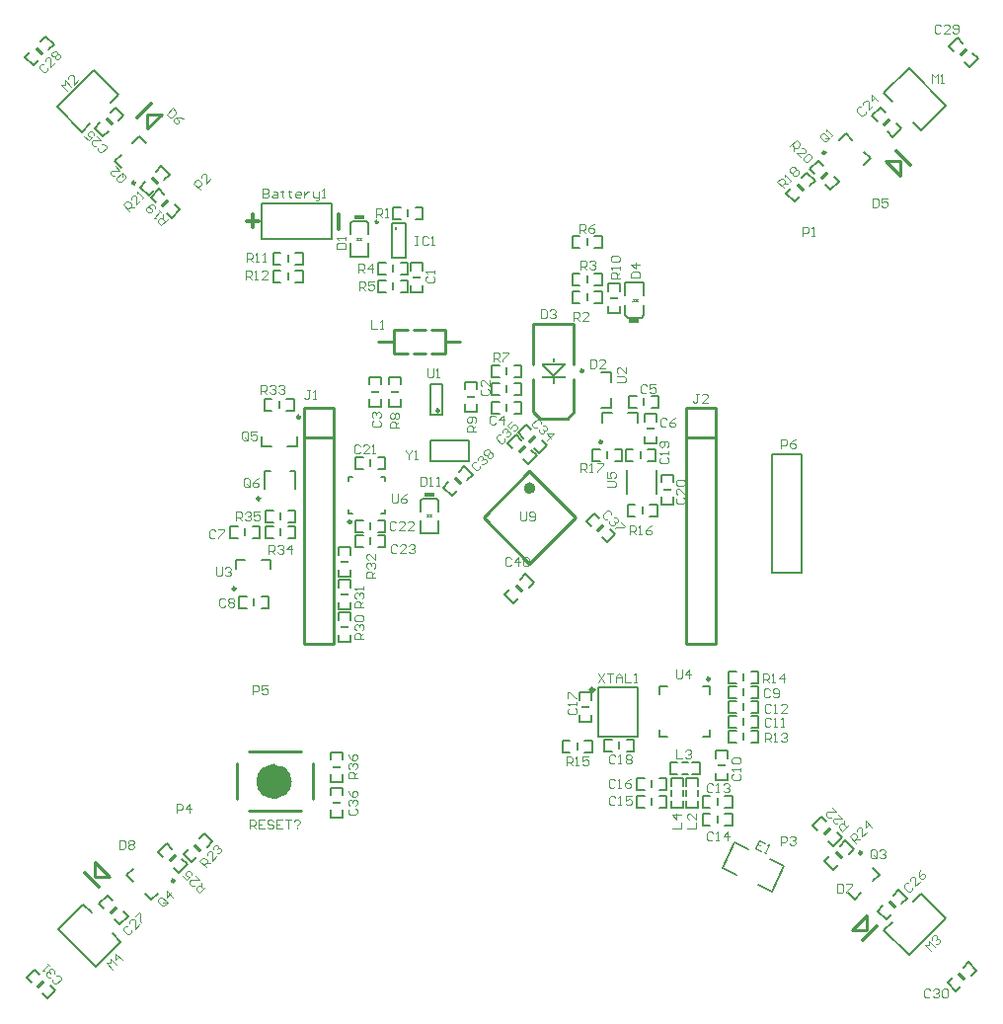
<source format=gto>
G04 Layer_Color=65535*
%FSLAX25Y25*%
%MOIN*%
G70*
G01*
G75*
%ADD10C,0.00600*%
%ADD44C,0.01000*%
%ADD67C,0.00400*%
%ADD68C,0.00984*%
%ADD69C,0.01969*%
%ADD70C,0.06000*%
%ADD71C,0.01181*%
%ADD72C,0.00500*%
%ADD73C,0.00787*%
%ADD74C,0.00700*%
%ADD75C,0.01200*%
%ADD76C,0.00800*%
%ADD77R,0.03000X0.01000*%
%ADD78R,0.01000X0.03000*%
G04:AMPARAMS|DCode=79|XSize=30mil|YSize=10mil|CornerRadius=0mil|HoleSize=0mil|Usage=FLASHONLY|Rotation=225.000|XOffset=0mil|YOffset=0mil|HoleType=Round|Shape=Rectangle|*
%AMROTATEDRECTD79*
4,1,4,0.00707,0.01414,0.01414,0.00707,-0.00707,-0.01414,-0.01414,-0.00707,0.00707,0.01414,0.0*
%
%ADD79ROTATEDRECTD79*%

G04:AMPARAMS|DCode=80|XSize=10.75mil|YSize=80mil|CornerRadius=0mil|HoleSize=0mil|Usage=FLASHONLY|Rotation=225.000|XOffset=0mil|YOffset=0mil|HoleType=Round|Shape=Rectangle|*
%AMROTATEDRECTD80*
4,1,4,-0.02448,0.03208,0.03208,-0.02448,0.02448,-0.03208,-0.03208,0.02448,-0.02448,0.03208,0.0*
%
%ADD80ROTATEDRECTD80*%

G04:AMPARAMS|DCode=81|XSize=30mil|YSize=10mil|CornerRadius=0mil|HoleSize=0mil|Usage=FLASHONLY|Rotation=135.000|XOffset=0mil|YOffset=0mil|HoleType=Round|Shape=Rectangle|*
%AMROTATEDRECTD81*
4,1,4,0.01414,-0.00707,0.00707,-0.01414,-0.01414,0.00707,-0.00707,0.01414,0.01414,-0.00707,0.0*
%
%ADD81ROTATEDRECTD81*%

%ADD82R,0.03600X0.01181*%
%ADD83R,0.00700X0.01900*%
G04:AMPARAMS|DCode=84|XSize=8.5mil|YSize=55.97mil|CornerRadius=0mil|HoleSize=0mil|Usage=FLASHONLY|Rotation=315.000|XOffset=0mil|YOffset=0mil|HoleType=Round|Shape=Rectangle|*
%AMROTATEDRECTD84*
4,1,4,-0.02279,-0.01679,0.01679,0.02279,0.02279,0.01679,-0.01679,-0.02279,-0.02279,-0.01679,0.0*
%
%ADD84ROTATEDRECTD84*%

%ADD85R,0.00700X0.01800*%
%ADD86R,0.08300X0.00750*%
%ADD87R,0.08200X0.00800*%
G04:AMPARAMS|DCode=88|XSize=8.5mil|YSize=55.97mil|CornerRadius=0mil|HoleSize=0mil|Usage=FLASHONLY|Rotation=45.000|XOffset=0mil|YOffset=0mil|HoleType=Round|Shape=Rectangle|*
%AMROTATEDRECTD88*
4,1,4,0.01679,-0.02279,-0.02279,0.01679,-0.01679,0.02279,0.02279,-0.01679,0.01679,-0.02279,0.0*
%
%ADD88ROTATEDRECTD88*%

G04:AMPARAMS|DCode=89|XSize=10.75mil|YSize=80mil|CornerRadius=0mil|HoleSize=0mil|Usage=FLASHONLY|Rotation=315.000|XOffset=0mil|YOffset=0mil|HoleType=Round|Shape=Rectangle|*
%AMROTATEDRECTD89*
4,1,4,-0.03208,-0.02448,0.02448,0.03208,0.03208,0.02448,-0.02448,-0.03208,-0.03208,-0.02448,0.0*
%
%ADD89ROTATEDRECTD89*%

D10*
X574894Y439400D02*
Y441900D01*
X578894D01*
Y439400D02*
Y441900D01*
Y431900D02*
Y434400D01*
X574894Y431900D02*
X578894D01*
X574894D02*
Y434400D01*
X571100Y432006D02*
X573600D01*
Y428006D02*
Y432006D01*
X571100Y428006D02*
X573600D01*
X563600D02*
X566100D01*
X563600D02*
Y432006D01*
X566100D01*
X557687Y423651D02*
X559454Y421883D01*
X556626Y419055D02*
X559454Y421883D01*
X554858Y420822D02*
X556626Y419055D01*
X549555Y426126D02*
X551323Y424358D01*
X549555Y426126D02*
X552383Y428954D01*
X554151Y427186D01*
X570500Y450494D02*
X573000D01*
Y446494D02*
Y450494D01*
X570500Y446494D02*
X573000D01*
X563000D02*
X565500D01*
X563000D02*
Y450494D01*
X565500D01*
X569494Y460000D02*
Y462500D01*
X573494D01*
Y460000D02*
Y462500D01*
Y452500D02*
Y455000D01*
X569494Y452500D02*
X573494D01*
X569494D02*
Y455000D01*
X564050Y464494D02*
X566550D01*
X564050D02*
Y468494D01*
X566550D01*
X571550D02*
X574050D01*
Y464494D02*
Y468494D01*
X571550Y464494D02*
X574050D01*
X526546Y456117D02*
X528313Y454349D01*
X526546Y456117D02*
X529374Y458945D01*
X531142Y457177D01*
X534678Y453642D02*
X536445Y451874D01*
X533617Y449046D02*
X536445Y451874D01*
X531849Y450813D02*
X533617Y449046D01*
X523046Y452617D02*
X524814Y450849D01*
X523046Y452617D02*
X525874Y455445D01*
X527642Y453678D01*
X531178Y450142D02*
X532945Y448374D01*
X530117Y445546D02*
X532945Y448374D01*
X528349Y447313D02*
X530117Y445546D01*
X525300Y466506D02*
X527800D01*
Y462506D02*
Y466506D01*
X525300Y462506D02*
X527800D01*
X517800D02*
X520300D01*
X517800D02*
Y466506D01*
X520300D01*
X525300Y473006D02*
X527800D01*
Y469006D02*
Y473006D01*
X525300Y469006D02*
X527800D01*
X517800D02*
X520300D01*
X517800D02*
Y473006D01*
X520300D01*
X517750Y475000D02*
X520250D01*
X517750D02*
Y479000D01*
X520250D01*
X525250D02*
X527750D01*
Y475000D02*
Y479000D01*
X525250Y475000D02*
X527750D01*
X508694Y470800D02*
Y473300D01*
X512694D01*
Y470800D02*
Y473300D01*
Y463300D02*
Y465800D01*
X508694Y463300D02*
X512694D01*
X508694D02*
Y465800D01*
X487006Y465000D02*
Y467500D01*
X483006Y465000D02*
X487006D01*
X483006D02*
Y467500D01*
Y472500D02*
Y475000D01*
X487006D01*
Y472500D02*
Y475000D01*
X480506Y465000D02*
Y467500D01*
X476506Y465000D02*
X480506D01*
X476506D02*
Y467500D01*
Y472500D02*
Y475000D01*
X480506D01*
Y472500D02*
Y475000D01*
X471700Y443794D02*
X474200D01*
X471700D02*
Y447794D01*
X474200D01*
X479200D02*
X481700D01*
Y443794D02*
Y447794D01*
X479200Y443794D02*
X481700D01*
X471787Y422494D02*
X474287D01*
X471787D02*
Y426494D01*
X474287D01*
X479287D02*
X481787D01*
Y422494D02*
Y426494D01*
X479287Y422494D02*
X481787D01*
X479287Y421506D02*
X481787D01*
Y417506D02*
Y421506D01*
X479287Y417506D02*
X481787D01*
X471787D02*
X474287D01*
X471787D02*
Y421506D01*
X474287D01*
X465994Y415000D02*
Y417500D01*
X469994D01*
Y415000D02*
Y417500D01*
Y407500D02*
Y410000D01*
X465994Y407500D02*
X469994D01*
X465994D02*
Y410000D01*
Y404000D02*
Y406500D01*
X469994D01*
Y404000D02*
Y406500D01*
Y396500D02*
Y399000D01*
X465994Y396500D02*
X469994D01*
X465994D02*
Y399000D01*
Y393000D02*
Y395500D01*
X469994D01*
Y393000D02*
Y395500D01*
Y385500D02*
Y388000D01*
X465994Y385500D02*
X469994D01*
X465994D02*
Y388000D01*
X467406Y338200D02*
Y340700D01*
X463406Y338200D02*
X467406D01*
X463406D02*
Y340700D01*
Y345700D02*
Y348200D01*
X467406D01*
Y345700D02*
Y348200D01*
X463394Y333700D02*
Y336200D01*
X467394D01*
Y333700D02*
Y336200D01*
Y326200D02*
Y328700D01*
X463394Y326200D02*
X467394D01*
X463394D02*
Y328700D01*
X368687Y269651D02*
X370454Y267883D01*
X367626Y265055D02*
X370454Y267883D01*
X365858Y266823D02*
X367626Y265055D01*
X360555Y272126D02*
X362322Y270358D01*
X360555Y272126D02*
X363383Y274954D01*
X365151Y273186D01*
X393186Y294651D02*
X394954Y292883D01*
X392126Y290055D02*
X394954Y292883D01*
X390358Y291823D02*
X392126Y290055D01*
X385055Y297126D02*
X386823Y295358D01*
X385055Y297126D02*
X387883Y299954D01*
X389651Y298186D01*
X405046Y314617D02*
X406813Y312849D01*
X405046Y314617D02*
X407874Y317445D01*
X409642Y315677D01*
X413177Y312142D02*
X414945Y310374D01*
X412117Y307546D02*
X414945Y310374D01*
X410349Y309314D02*
X412117Y307546D01*
X416383Y311046D02*
X418151Y312813D01*
X413555Y313874D02*
X416383Y311046D01*
X413555Y313874D02*
X415322Y315642D01*
X418858Y319178D02*
X420626Y320945D01*
X423454Y318117D01*
X421687Y316349D02*
X423454Y318117D01*
X439900Y400806D02*
X442400D01*
Y396806D02*
Y400806D01*
X439900Y396806D02*
X442400D01*
X432400D02*
X434900D01*
X432400D02*
Y400806D01*
X434900D01*
X449000Y424506D02*
X451500D01*
Y420506D02*
Y424506D01*
X449000Y420506D02*
X451500D01*
X441500D02*
X444000D01*
X441500D02*
Y424506D01*
X444000D01*
X437000D02*
X439500D01*
Y420506D02*
Y424506D01*
X437000Y420506D02*
X439500D01*
X429500D02*
X432000D01*
X429500D02*
Y424506D01*
X432000D01*
X449000Y430006D02*
X451500D01*
Y426006D02*
Y430006D01*
X449000Y426006D02*
X451500D01*
X441500D02*
X444000D01*
X441500D02*
Y430006D01*
X444000D01*
X448500Y467584D02*
X451000D01*
Y463584D02*
Y467584D01*
X448500Y463584D02*
X451000D01*
X441000D02*
X443500D01*
X441000D02*
Y467584D01*
X443500D01*
X672046Y586617D02*
X673813Y584849D01*
X672046Y586617D02*
X674874Y589445D01*
X676642Y587677D01*
X680177Y584142D02*
X681945Y582374D01*
X679117Y579546D02*
X681945Y582374D01*
X677349Y581314D02*
X679117Y579546D01*
X646106Y563066D02*
X647873Y561298D01*
X646106Y563066D02*
X648934Y565894D01*
X650702Y564126D01*
X654237Y560591D02*
X656005Y558823D01*
X653177Y555995D02*
X656005Y558823D01*
X651409Y557763D02*
X653177Y555995D01*
X633186Y542651D02*
X634954Y540883D01*
X632126Y538055D02*
X634954Y540883D01*
X630358Y539822D02*
X632126Y538055D01*
X625055Y545126D02*
X626823Y543358D01*
X625055Y545126D02*
X627883Y547954D01*
X629651Y546186D01*
X622349Y542186D02*
X624117Y543954D01*
X626945Y541126D01*
X625177Y539358D02*
X626945Y541126D01*
X619874Y534055D02*
X621642Y535822D01*
X617046Y536883D02*
X619874Y534055D01*
X617046Y536883D02*
X618814Y538651D01*
X561006Y496500D02*
Y499000D01*
X557006Y496500D02*
X561006D01*
X557006D02*
Y499000D01*
Y504000D02*
Y506500D01*
X561006D01*
Y504000D02*
Y506500D01*
X545000Y499994D02*
X547500D01*
X545000D02*
Y503994D01*
X547500D01*
X552500D02*
X555000D01*
Y499994D02*
Y503994D01*
X552500Y499994D02*
X555000D01*
X552500Y510006D02*
X555000D01*
Y506006D02*
Y510006D01*
X552500Y506006D02*
X555000D01*
X545000D02*
X547500D01*
X545000D02*
Y510006D01*
X547500D01*
X552423Y522406D02*
X554923D01*
Y518406D02*
Y522406D01*
X552423Y518406D02*
X554923D01*
X544923D02*
X547423D01*
X544923D02*
Y522406D01*
X547423D01*
X491862Y532306D02*
X494362D01*
Y528306D02*
Y532306D01*
X491862Y528306D02*
X494362D01*
X484362D02*
X486862D01*
X484362D02*
Y532306D01*
X486862D01*
X479362Y503494D02*
X481862D01*
X479362D02*
Y507494D01*
X481862D01*
X486862D02*
X489362D01*
Y503494D02*
Y507494D01*
X486862Y503494D02*
X489362D01*
X479362Y509494D02*
X481862D01*
X479362D02*
Y513494D01*
X481862D01*
X486862D02*
X489362D01*
Y509494D02*
Y513494D01*
X486862Y509494D02*
X489362D01*
X490356Y511000D02*
Y513500D01*
X494356D01*
Y511000D02*
Y513500D01*
Y503500D02*
Y506000D01*
X490356Y503500D02*
X494356D01*
X490356D02*
Y506000D01*
X451500Y511006D02*
X454000D01*
Y507006D02*
Y511006D01*
X451500Y507006D02*
X454000D01*
X444000D02*
X446500D01*
X444000D02*
Y511006D01*
X446500D01*
X444000Y512994D02*
X446500Y512994D01*
X444000Y516994D02*
X444000Y512994D01*
X444000Y516994D02*
X446500D01*
X451500Y516994D02*
X454000Y516994D01*
Y512994D02*
Y516994D01*
X451500Y512994D02*
X454000D01*
X440095Y521594D02*
Y533405D01*
Y521594D02*
X463717D01*
Y533405D01*
X440095D02*
X463717D01*
X404349Y544277D02*
X406117Y546045D01*
X408945Y543217D01*
X407177Y541449D02*
X408945Y543217D01*
X401874Y536146D02*
X403642Y537913D01*
X399046Y538974D02*
X401874Y536146D01*
X399046Y538974D02*
X400813Y540742D01*
X402546Y535617D02*
X404314Y533849D01*
X402546Y535617D02*
X405374Y538445D01*
X407142Y536678D01*
X410677Y533142D02*
X412445Y531374D01*
X409617Y528546D02*
X412445Y531374D01*
X407849Y530313D02*
X409617Y528546D01*
X386434Y556106D02*
X388202Y557873D01*
X383606Y558934D02*
X386434Y556106D01*
X383606Y558934D02*
X385373Y560702D01*
X388909Y564237D02*
X390677Y566005D01*
X393505Y563177D01*
X391737Y561409D02*
X393505Y563177D01*
X365349Y588187D02*
X367117Y589954D01*
X369945Y587126D01*
X368178Y585358D02*
X369945Y587126D01*
X362874Y580055D02*
X364642Y581822D01*
X360046Y582883D02*
X362874Y580055D01*
X360046Y582883D02*
X361813Y584651D01*
X524883Y398546D02*
X526651Y400314D01*
X522055Y401374D02*
X524883Y398546D01*
X522055Y401374D02*
X523822Y403142D01*
X527358Y406677D02*
X529126Y408445D01*
X531954Y405617D01*
X530187Y403849D02*
X531954Y405617D01*
X605250Y375500D02*
X607750D01*
Y371500D02*
Y375500D01*
X605250Y371500D02*
X607750D01*
X597750D02*
X600250D01*
X597750D02*
Y375500D01*
X600250D01*
X605240Y370443D02*
X607740D01*
Y366443D02*
Y370443D01*
X605240Y366443D02*
X607740D01*
X597741D02*
X600241D01*
X597741D02*
Y370443D01*
X600241D01*
X605240Y365506D02*
X607740D01*
Y361506D02*
Y365506D01*
X605240Y361506D02*
X607740D01*
X597741D02*
X600241D01*
X597741D02*
Y365506D01*
X600241D01*
X605240Y360506D02*
X607740D01*
Y356506D02*
Y360506D01*
X605240Y356506D02*
X607740D01*
X597741D02*
X600241D01*
X597741D02*
Y360506D01*
X600241D01*
X597741Y351494D02*
X600241D01*
X597741D02*
Y355494D01*
X600241D01*
X605240D02*
X607740D01*
Y351494D02*
Y355494D01*
X605240Y351494D02*
X607740D01*
X597500Y338750D02*
Y341250D01*
X593500Y338750D02*
X597500D01*
X593500D02*
Y341250D01*
Y346250D02*
Y348750D01*
X597500D01*
Y346250D02*
Y348750D01*
X588900Y329520D02*
X591400D01*
X588900D02*
Y333520D01*
X591400D01*
X596400D02*
X598900D01*
Y329520D02*
Y333520D01*
X596400Y329520D02*
X598900D01*
X589000Y323494D02*
X591500D01*
X589000D02*
Y327494D01*
X591500D01*
X596500D02*
X599000D01*
Y323494D02*
Y327494D01*
X596500Y323494D02*
X599000D01*
X574300Y339506D02*
X576800D01*
Y335506D02*
Y339506D01*
X574300Y335506D02*
X576800D01*
X566800D02*
X569300D01*
X566800D02*
Y339506D01*
X569300D01*
X574300Y333506D02*
X576800D01*
Y329506D02*
Y333506D01*
X574300Y329506D02*
X576800D01*
X566800D02*
X569300D01*
X566800D02*
Y333506D01*
X569300D01*
X563300Y352506D02*
X565800D01*
Y348506D02*
Y352506D01*
X563300Y348506D02*
X565800D01*
X555800D02*
X558300D01*
X555800D02*
Y352506D01*
X558300D01*
X541600Y348294D02*
X544100D01*
X541600D02*
Y352294D01*
X544100D01*
X549100D02*
X551600D01*
Y348294D02*
Y352294D01*
X549100Y348294D02*
X551600D01*
X547494Y365932D02*
Y368431D01*
X551494D01*
Y365932D02*
Y368431D01*
Y358432D02*
Y360931D01*
X547494Y358432D02*
X551494D01*
X547494D02*
Y360931D01*
X634187Y321151D02*
X635954Y319383D01*
X633126Y316555D02*
X635954Y319383D01*
X631358Y318322D02*
X633126Y316555D01*
X626055Y323626D02*
X627822Y321858D01*
X626055Y323626D02*
X628883Y326454D01*
X630651Y324687D01*
X632883Y308546D02*
X634651Y310314D01*
X630055Y311374D02*
X632883Y308546D01*
X630055Y311374D02*
X631822Y313142D01*
X635358Y316677D02*
X637126Y318445D01*
X639954Y315617D01*
X638187Y313849D02*
X639954Y315617D01*
X653349Y299934D02*
X655117Y301702D01*
X657945Y298873D01*
X656178Y297106D02*
X657945Y298873D01*
X650874Y291802D02*
X652642Y293570D01*
X648046Y294631D02*
X650874Y291802D01*
X648046Y294631D02*
X649814Y296398D01*
X674383Y267546D02*
X676151Y269314D01*
X671555Y270374D02*
X674383Y267546D01*
X671555Y270374D02*
X673322Y272142D01*
X676858Y275677D02*
X678626Y277445D01*
X681454Y274617D01*
X679686Y272849D02*
X681454Y274617D01*
X504183Y434846D02*
X505951Y436614D01*
X501355Y437674D02*
X504183Y434846D01*
X501355Y437674D02*
X503123Y439442D01*
X506658Y442978D02*
X508426Y444745D01*
X511254Y441917D01*
X509486Y440149D02*
X511254Y441917D01*
X559300Y450506D02*
X561800D01*
Y446506D02*
Y450506D01*
X559300Y446506D02*
X561800D01*
X551800D02*
X554300D01*
X551800D02*
Y450506D01*
X554300D01*
D44*
X479162Y527240D02*
G03*
X479162Y527240I-300J0D01*
G01*
X485357Y524940D02*
G03*
X485357Y524940I-100J0D01*
G01*
X514944Y427500D02*
X530500Y443056D01*
X546056Y427500D01*
X530500Y411944D02*
X546056Y427500D01*
X514944D02*
X530500Y411944D01*
X383743Y306279D02*
Y311229D01*
X388692Y306279D01*
X383743D02*
X388692D01*
X435700Y348400D02*
X453203D01*
X431700Y332400D02*
Y344400D01*
X457203Y332400D02*
Y344400D01*
X435700Y328400D02*
X453203Y328400D01*
X655757Y542808D02*
Y547757D01*
X650808D02*
X655757Y542808D01*
X650808Y547757D02*
X655757D01*
X533800Y461084D02*
X533884Y461000D01*
X543200D01*
X531600Y474284D02*
X531610Y474274D01*
Y464184D02*
Y474274D01*
Y463274D02*
X533800Y461084D01*
X531610Y463274D02*
Y464184D01*
X545390Y474190D02*
X545400Y474200D01*
X545390Y464100D02*
Y474190D01*
X543200Y461000D02*
X545390Y463190D01*
Y464100D01*
Y479126D02*
Y492906D01*
X531610Y479126D02*
Y492906D01*
X545390D01*
X497500Y491000D02*
X502161D01*
X497500Y483000D02*
X502161D01*
X484839D02*
X489500D01*
X484839Y491000D02*
X489500D01*
X491500D02*
X495500D01*
X491500Y483000D02*
X495500D01*
X502161Y487000D02*
X507000D01*
X479500D02*
X484839D01*
X502161Y483000D02*
Y491000D01*
X484839Y483000D02*
Y491000D01*
X639308Y288243D02*
X644257D01*
X639308D02*
X644257Y293192D01*
Y288243D02*
Y293192D01*
X454500Y454500D02*
X464500D01*
X454500Y464500D02*
X464500D01*
Y385000D02*
Y464500D01*
X454500Y385000D02*
X464500D01*
X454500D02*
Y464500D01*
X401343Y563657D02*
X406293D01*
X401343Y558707D02*
X406293Y563657D01*
X401343Y558707D02*
Y563657D01*
X583500Y454500D02*
X593500D01*
X583500Y464500D02*
X593500D01*
Y385000D02*
Y464500D01*
X583500Y385000D02*
X593500D01*
X583500D02*
Y464500D01*
D67*
X574200Y433187D02*
G03*
X574200Y433187I-200J0D01*
G01*
X565100Y500500D02*
X567000D01*
X565253Y501300D02*
X566855D01*
X565253D02*
X566000Y500553D01*
X566088Y500521D01*
X566855Y501300D01*
X471862Y522000D02*
X473762D01*
X472007Y521200D02*
X473609D01*
X472862Y521947D02*
X473609Y521200D01*
X472774Y521979D02*
X472862Y521947D01*
X472007Y521200D02*
X472774Y521979D01*
X495600Y428500D02*
X497500D01*
X495745Y427700D02*
X497347D01*
X496600Y428447D02*
X497347Y427700D01*
X496512Y428479D02*
X496600Y428447D01*
X495745Y427700D02*
X496512Y428479D01*
X527300Y429399D02*
Y426900D01*
X527800Y426400D01*
X528799D01*
X529299Y426900D01*
Y429399D01*
X530299Y426900D02*
X530799Y426400D01*
X531799D01*
X532298Y426900D01*
Y428899D01*
X531799Y429399D01*
X530799D01*
X530299Y428899D01*
Y428399D01*
X530799Y427900D01*
X532298D01*
X488600Y450299D02*
Y449799D01*
X489600Y448800D01*
X490599Y449799D01*
Y450299D01*
X489600Y448800D02*
Y447300D01*
X491599D02*
X492599D01*
X492099D01*
Y450299D01*
X491599Y449799D01*
X553700Y374999D02*
X555699Y372000D01*
Y374999D02*
X553700Y372000D01*
X556699Y374999D02*
X558698D01*
X557699D01*
Y372000D01*
X559698D02*
Y373999D01*
X560698Y374999D01*
X561697Y373999D01*
Y372000D01*
Y373499D01*
X559698D01*
X562697Y374999D02*
Y372000D01*
X564696D01*
X565696D02*
X566696D01*
X566196D01*
Y374999D01*
X565696Y374499D01*
X556601Y437700D02*
X559100D01*
X559600Y438200D01*
Y439199D01*
X559100Y439699D01*
X556601D01*
Y442698D02*
Y440699D01*
X558101D01*
X557601Y441699D01*
Y442199D01*
X558101Y442698D01*
X559100D01*
X559600Y442199D01*
Y441199D01*
X559100Y440699D01*
X580000Y376099D02*
Y373600D01*
X580500Y373100D01*
X581499D01*
X581999Y373600D01*
Y376099D01*
X584499Y373100D02*
Y376099D01*
X582999Y374600D01*
X584998D01*
X424600Y410799D02*
Y408300D01*
X425100Y407800D01*
X426099D01*
X426599Y408300D01*
Y410799D01*
X427599Y410299D02*
X428099Y410799D01*
X429099D01*
X429598Y410299D01*
Y409799D01*
X429099Y409300D01*
X428599D01*
X429099D01*
X429598Y408800D01*
Y408300D01*
X429099Y407800D01*
X428099D01*
X427599Y408300D01*
X559901Y473100D02*
X562400D01*
X562900Y473600D01*
Y474600D01*
X562400Y475099D01*
X559901D01*
X562900Y478098D02*
Y476099D01*
X560901Y478098D01*
X560401D01*
X559901Y477598D01*
Y476599D01*
X560401Y476099D01*
X495900Y477799D02*
Y475300D01*
X496400Y474800D01*
X497400D01*
X497899Y475300D01*
Y477799D01*
X498899Y474800D02*
X499899D01*
X499399D01*
Y477799D01*
X498899Y477299D01*
X435900Y322500D02*
Y325499D01*
X437399D01*
X437899Y324999D01*
Y324000D01*
X437399Y323500D01*
X435900D01*
X436900D02*
X437899Y322500D01*
X440898Y325499D02*
X438899D01*
Y322500D01*
X440898D01*
X438899Y324000D02*
X439899D01*
X443897Y324999D02*
X443398Y325499D01*
X442398D01*
X441898Y324999D01*
Y324499D01*
X442398Y324000D01*
X443398D01*
X443897Y323500D01*
Y323000D01*
X443398Y322500D01*
X442398D01*
X441898Y323000D01*
X446896Y325499D02*
X444897D01*
Y322500D01*
X446896D01*
X444897Y324000D02*
X445897D01*
X447896Y325499D02*
X449895D01*
X448896D01*
Y322500D01*
X450895Y324999D02*
X451395Y325499D01*
X452395D01*
X452894Y324999D01*
Y324499D01*
X451895Y323500D01*
Y323000D02*
Y322500D01*
X472200Y339600D02*
X469201D01*
Y341100D01*
X469701Y341599D01*
X470701D01*
X471200Y341100D01*
Y339600D01*
Y340600D02*
X472200Y341599D01*
X469701Y342599D02*
X469201Y343099D01*
Y344098D01*
X469701Y344598D01*
X470201D01*
X470701Y344098D01*
Y343599D01*
Y344098D01*
X471200Y344598D01*
X471700D01*
X472200Y344098D01*
Y343099D01*
X471700Y342599D01*
X469201Y347597D02*
X469701Y346598D01*
X470701Y345598D01*
X471700D01*
X472200Y346098D01*
Y347098D01*
X471700Y347597D01*
X471200D01*
X470701Y347098D01*
Y345598D01*
X431500Y426500D02*
Y429499D01*
X433000D01*
X433499Y428999D01*
Y427999D01*
X433000Y427500D01*
X431500D01*
X432500D02*
X433499Y426500D01*
X434499Y428999D02*
X434999Y429499D01*
X435998D01*
X436498Y428999D01*
Y428499D01*
X435998Y427999D01*
X435499D01*
X435998D01*
X436498Y427500D01*
Y427000D01*
X435998Y426500D01*
X434999D01*
X434499Y427000D01*
X439497Y429499D02*
X437498D01*
Y427999D01*
X438498Y428499D01*
X438998D01*
X439497Y427999D01*
Y427000D01*
X438998Y426500D01*
X437998D01*
X437498Y427000D01*
X442500Y415300D02*
Y418299D01*
X443999D01*
X444499Y417799D01*
Y416799D01*
X443999Y416300D01*
X442500D01*
X443500D02*
X444499Y415300D01*
X445499Y417799D02*
X445999Y418299D01*
X446999D01*
X447498Y417799D01*
Y417299D01*
X446999Y416799D01*
X446499D01*
X446999D01*
X447498Y416300D01*
Y415800D01*
X446999Y415300D01*
X445999D01*
X445499Y415800D01*
X449998Y415300D02*
Y418299D01*
X448498Y416799D01*
X450497D01*
X439700Y469300D02*
Y472299D01*
X441199D01*
X441699Y471799D01*
Y470799D01*
X441199Y470300D01*
X439700D01*
X440700D02*
X441699Y469300D01*
X442699Y471799D02*
X443199Y472299D01*
X444199D01*
X444698Y471799D01*
Y471299D01*
X444199Y470799D01*
X443699D01*
X444199D01*
X444698Y470300D01*
Y469800D01*
X444199Y469300D01*
X443199D01*
X442699Y469800D01*
X445698Y471799D02*
X446198Y472299D01*
X447198D01*
X447697Y471799D01*
Y471299D01*
X447198Y470799D01*
X446698D01*
X447198D01*
X447697Y470300D01*
Y469800D01*
X447198Y469300D01*
X446198D01*
X445698Y469800D01*
X478400Y407200D02*
X475401D01*
Y408700D01*
X475901Y409199D01*
X476900D01*
X477400Y408700D01*
Y407200D01*
Y408200D02*
X478400Y409199D01*
X475901Y410199D02*
X475401Y410699D01*
Y411698D01*
X475901Y412198D01*
X476401D01*
X476900Y411698D01*
Y411199D01*
Y411698D01*
X477400Y412198D01*
X477900D01*
X478400Y411698D01*
Y410699D01*
X477900Y410199D01*
X478400Y415197D02*
Y413198D01*
X476401Y415197D01*
X475901D01*
X475401Y414698D01*
Y413698D01*
X475901Y413198D01*
X474500Y397100D02*
X471501D01*
Y398600D01*
X472001Y399099D01*
X473000D01*
X473500Y398600D01*
Y397100D01*
Y398100D02*
X474500Y399099D01*
X472001Y400099D02*
X471501Y400599D01*
Y401599D01*
X472001Y402098D01*
X472501D01*
X473000Y401599D01*
Y401099D01*
Y401599D01*
X473500Y402098D01*
X474000D01*
X474500Y401599D01*
Y400599D01*
X474000Y400099D01*
X474500Y403098D02*
Y404098D01*
Y403598D01*
X471501D01*
X472001Y403098D01*
X474500Y386500D02*
X471501D01*
Y388000D01*
X472001Y388499D01*
X473000D01*
X473500Y388000D01*
Y386500D01*
Y387500D02*
X474500Y388499D01*
X472001Y389499D02*
X471501Y389999D01*
Y390999D01*
X472001Y391498D01*
X472501D01*
X473000Y390999D01*
Y390499D01*
Y390999D01*
X473500Y391498D01*
X474000D01*
X474500Y390999D01*
Y389999D01*
X474000Y389499D01*
X472001Y392498D02*
X471501Y392998D01*
Y393998D01*
X472001Y394497D01*
X474000D01*
X474500Y393998D01*
Y392998D01*
X474000Y392498D01*
X472001D01*
X421100Y302900D02*
X418979Y300779D01*
X417919Y301840D01*
X417919Y302547D01*
X418626Y303253D01*
X419333Y303253D01*
X420393Y302193D01*
X419686Y302900D02*
X419686Y304314D01*
X417566Y306434D02*
X418979Y305021D01*
X416152D01*
X415798Y304667D01*
X415798Y303960D01*
X416505Y303253D01*
X417212D01*
X413324Y306434D02*
X414738Y305021D01*
X415798Y306081D01*
X414738Y306434D01*
X414385Y306788D01*
Y307495D01*
X415092Y308202D01*
X415798Y308202D01*
X416505Y307495D01*
Y306788D01*
X640700Y317600D02*
X638579Y319721D01*
X639640Y320781D01*
X640347Y320781D01*
X641053Y320074D01*
X641053Y319367D01*
X639993Y318307D01*
X640700Y319014D02*
X642114Y319014D01*
X644234Y321134D02*
X642821Y319721D01*
Y322548D01*
X642467Y322902D01*
X641760Y322902D01*
X641053Y322195D01*
Y321488D01*
X646002Y322902D02*
X643881Y325022D01*
X643881Y322902D01*
X645295Y324315D01*
X421200Y309500D02*
X419079Y311621D01*
X420140Y312681D01*
X420847Y312681D01*
X421553Y311974D01*
X421553Y311267D01*
X420493Y310207D01*
X421200Y310914D02*
X422614Y310914D01*
X424734Y313034D02*
X423321Y311621D01*
Y314448D01*
X422967Y314802D01*
X422260Y314802D01*
X421553Y314095D01*
Y313388D01*
X423674Y315509D02*
Y316215D01*
X424381Y316922D01*
X425088D01*
X425441Y316569D01*
Y315862D01*
X425088Y315509D01*
X425441Y315862D01*
X426148Y315862D01*
X426502Y315509D01*
X426502Y314802D01*
X425795Y314095D01*
X425088D01*
X638200Y323800D02*
X636079Y321679D01*
X635019Y322740D01*
X635019Y323447D01*
X635726Y324153D01*
X636433Y324153D01*
X637493Y323093D01*
X636786Y323800D02*
X636786Y325214D01*
X634666Y327334D02*
X636079Y325921D01*
X633252D01*
X632898Y325567D01*
X632898Y324860D01*
X633605Y324153D01*
X634312D01*
X632545Y329455D02*
X633959Y328041D01*
X631131D01*
X630778Y327688D01*
Y326981D01*
X631485Y326274D01*
X632192D01*
X395500Y530900D02*
X393379Y533021D01*
X394440Y534081D01*
X395147Y534081D01*
X395853Y533374D01*
X395853Y532667D01*
X394793Y531607D01*
X395500Y532314D02*
X396914Y532314D01*
X399034Y534434D02*
X397621Y533021D01*
Y535848D01*
X397267Y536202D01*
X396560Y536202D01*
X395853Y535495D01*
Y534788D01*
X399741Y535141D02*
X400448Y535848D01*
X400095Y535495D01*
X397974Y537615D01*
Y536908D01*
X618400Y552700D02*
X620521Y554821D01*
X621581Y553760D01*
X621581Y553053D01*
X620874Y552347D01*
X620167Y552347D01*
X619107Y553407D01*
X619814Y552700D02*
X619814Y551286D01*
X621934Y549166D02*
X620521Y550579D01*
X623348D01*
X623702Y550933D01*
X623702Y551640D01*
X622995Y552347D01*
X622288D01*
X624408Y550226D02*
X625115D01*
X625822Y549519D01*
Y548812D01*
X624408Y547398D01*
X623702Y547398D01*
X622995Y548105D01*
Y548812D01*
X624408Y550226D01*
X408200Y528300D02*
X406079Y526179D01*
X405019Y527240D01*
X405019Y527947D01*
X405726Y528653D01*
X406433Y528653D01*
X407493Y527593D01*
X406786Y528300D02*
X406786Y529714D01*
X406079Y530421D02*
X405372Y531128D01*
X405726Y530774D01*
X403605Y528653D01*
X404312D01*
X403959Y531834D02*
Y532541D01*
X403252Y533248D01*
X402545Y533248D01*
X401131Y531834D01*
Y531128D01*
X401838Y530421D01*
X402545D01*
X402898Y530774D01*
X402898Y531481D01*
X401838Y532541D01*
X616300Y538700D02*
X614179Y540821D01*
X615240Y541881D01*
X615947Y541881D01*
X616653Y541174D01*
X616653Y540467D01*
X615593Y539407D01*
X616300Y540114D02*
X617714Y540114D01*
X618421Y540821D02*
X619128Y541528D01*
X618774Y541174D01*
X616653Y543295D01*
Y542588D01*
X618421Y544355D02*
Y545062D01*
X619128Y545769D01*
X619834D01*
X620188Y545415D01*
Y544708D01*
X620895Y544708D01*
X621248Y544355D01*
X621248Y543648D01*
X620541Y542941D01*
X619834D01*
X619481Y543295D01*
Y544002D01*
X618774Y544002D01*
X618421Y544355D01*
X619481Y544002D02*
X620188Y544708D01*
X547800Y442800D02*
Y445799D01*
X549299D01*
X549799Y445299D01*
Y444300D01*
X549299Y443800D01*
X547800D01*
X548800D02*
X549799Y442800D01*
X550799D02*
X551799D01*
X551299D01*
Y445799D01*
X550799Y445299D01*
X553298Y445799D02*
X555298D01*
Y445299D01*
X553298Y443300D01*
Y442800D01*
X564200Y421800D02*
Y424799D01*
X565699D01*
X566199Y424299D01*
Y423300D01*
X565699Y422800D01*
X564200D01*
X565200D02*
X566199Y421800D01*
X567199D02*
X568199D01*
X567699D01*
Y424799D01*
X567199Y424299D01*
X571698Y424799D02*
X570698Y424299D01*
X569698Y423300D01*
Y422300D01*
X570198Y421800D01*
X571198D01*
X571698Y422300D01*
Y422800D01*
X571198Y423300D01*
X569698D01*
X542964Y343700D02*
Y346699D01*
X544463D01*
X544963Y346199D01*
Y345199D01*
X544463Y344700D01*
X542964D01*
X543963D02*
X544963Y343700D01*
X545962D02*
X546962D01*
X546462D01*
Y346699D01*
X545962Y346199D01*
X550461Y346699D02*
X548462D01*
Y345199D01*
X549461Y345699D01*
X549961D01*
X550461Y345199D01*
Y344200D01*
X549961Y343700D01*
X548961D01*
X548462Y344200D01*
X609200Y371800D02*
Y374799D01*
X610700D01*
X611199Y374299D01*
Y373300D01*
X610700Y372800D01*
X609200D01*
X610200D02*
X611199Y371800D01*
X612199D02*
X613199D01*
X612699D01*
Y374799D01*
X612199Y374299D01*
X616198Y371800D02*
Y374799D01*
X614698Y373300D01*
X616698D01*
X609900Y351700D02*
Y354699D01*
X611400D01*
X611899Y354199D01*
Y353200D01*
X611400Y352700D01*
X609900D01*
X610900D02*
X611899Y351700D01*
X612899D02*
X613899D01*
X613399D01*
Y354699D01*
X612899Y354199D01*
X615398D02*
X615898Y354699D01*
X616898D01*
X617398Y354199D01*
Y353699D01*
X616898Y353200D01*
X616398D01*
X616898D01*
X617398Y352700D01*
Y352200D01*
X616898Y351700D01*
X615898D01*
X615398Y352200D01*
X434650Y508006D02*
Y511005D01*
X436150D01*
X436649Y510506D01*
Y509506D01*
X436150Y509006D01*
X434650D01*
X435650D02*
X436649Y508006D01*
X437649D02*
X438649D01*
X438149D01*
Y511005D01*
X437649Y510506D01*
X442148Y508006D02*
X440148D01*
X442148Y510006D01*
Y510506D01*
X441648Y511005D01*
X440648D01*
X440148Y510506D01*
X435000Y513800D02*
Y516799D01*
X436500D01*
X436999Y516299D01*
Y515300D01*
X436500Y514800D01*
X435000D01*
X436000D02*
X436999Y513800D01*
X437999D02*
X438999D01*
X438499D01*
Y516799D01*
X437999Y516299D01*
X440498Y513800D02*
X441498D01*
X440998D01*
Y516799D01*
X440498Y516299D01*
X560900Y508300D02*
X557901D01*
Y509799D01*
X558401Y510299D01*
X559401D01*
X559900Y509799D01*
Y508300D01*
Y509300D02*
X560900Y510299D01*
Y511299D02*
Y512299D01*
Y511799D01*
X557901D01*
X558401Y511299D01*
Y513798D02*
X557901Y514298D01*
Y515298D01*
X558401Y515798D01*
X560400D01*
X560900Y515298D01*
Y514298D01*
X560400Y513798D01*
X558401D01*
X512400Y456400D02*
X509401D01*
Y457900D01*
X509901Y458399D01*
X510900D01*
X511400Y457900D01*
Y456400D01*
Y457400D02*
X512400Y458399D01*
X511900Y459399D02*
X512400Y459899D01*
Y460898D01*
X511900Y461398D01*
X509901D01*
X509401Y460898D01*
Y459899D01*
X509901Y459399D01*
X510401D01*
X510900Y459899D01*
Y461398D01*
X486500Y457800D02*
X483501D01*
Y459300D01*
X484001Y459799D01*
X485001D01*
X485500Y459300D01*
Y457800D01*
Y458800D02*
X486500Y459799D01*
X484001Y460799D02*
X483501Y461299D01*
Y462298D01*
X484001Y462798D01*
X484501D01*
X485001Y462298D01*
X485500Y462798D01*
X486000D01*
X486500Y462298D01*
Y461299D01*
X486000Y460799D01*
X485500D01*
X485001Y461299D01*
X484501Y460799D01*
X484001D01*
X485001Y461299D02*
Y462298D01*
X518200Y480200D02*
Y483199D01*
X519699D01*
X520199Y482699D01*
Y481700D01*
X519699Y481200D01*
X518200D01*
X519200D02*
X520199Y480200D01*
X521199Y483199D02*
X523198D01*
Y482699D01*
X521199Y480700D01*
Y480200D01*
X547400Y523600D02*
Y526599D01*
X548900D01*
X549399Y526099D01*
Y525100D01*
X548900Y524600D01*
X547400D01*
X548400D02*
X549399Y523600D01*
X552398Y526599D02*
X551399Y526099D01*
X550399Y525100D01*
Y524100D01*
X550899Y523600D01*
X551898D01*
X552398Y524100D01*
Y524600D01*
X551898Y525100D01*
X550399D01*
X473000Y504300D02*
Y507299D01*
X474500D01*
X474999Y506799D01*
Y505799D01*
X474500Y505300D01*
X473000D01*
X474000D02*
X474999Y504300D01*
X477998Y507299D02*
X475999D01*
Y505799D01*
X476999Y506299D01*
X477498D01*
X477998Y505799D01*
Y504800D01*
X477498Y504300D01*
X476499D01*
X475999Y504800D01*
X472800Y510062D02*
Y513061D01*
X474299D01*
X474799Y512561D01*
Y511562D01*
X474299Y511062D01*
X472800D01*
X473800D02*
X474799Y510062D01*
X477298D02*
Y513061D01*
X475799Y511562D01*
X477798D01*
X547800Y511300D02*
Y514299D01*
X549299D01*
X549799Y513799D01*
Y512800D01*
X549299Y512300D01*
X547800D01*
X548800D02*
X549799Y511300D01*
X550799Y513799D02*
X551299Y514299D01*
X552298D01*
X552798Y513799D01*
Y513299D01*
X552298Y512800D01*
X551799D01*
X552298D01*
X552798Y512300D01*
Y511800D01*
X552298Y511300D01*
X551299D01*
X550799Y511800D01*
X545300Y494000D02*
Y496999D01*
X546800D01*
X547299Y496499D01*
Y495500D01*
X546800Y495000D01*
X545300D01*
X546300D02*
X547299Y494000D01*
X550298D02*
X548299D01*
X550298Y495999D01*
Y496499D01*
X549798Y496999D01*
X548799D01*
X548299Y496499D01*
X478800Y528900D02*
Y531899D01*
X480300D01*
X480799Y531399D01*
Y530400D01*
X480300Y529900D01*
X478800D01*
X479800D02*
X480799Y528900D01*
X481799D02*
X482799D01*
X482299D01*
Y531899D01*
X481799Y531399D01*
X435899Y438300D02*
Y440299D01*
X435399Y440799D01*
X434400D01*
X433900Y440299D01*
Y438300D01*
X434400Y437800D01*
X435399D01*
X434900Y438800D02*
X435899Y437800D01*
X435399D02*
X435899Y438300D01*
X438898Y440799D02*
X437899Y440299D01*
X436899Y439299D01*
Y438300D01*
X437399Y437800D01*
X438399D01*
X438898Y438300D01*
Y438800D01*
X438399Y439299D01*
X436899D01*
X435399Y454100D02*
Y456099D01*
X434900Y456599D01*
X433900D01*
X433400Y456099D01*
Y454100D01*
X433900Y453600D01*
X434900D01*
X434400Y454600D02*
X435399Y453600D01*
X434900D02*
X435399Y454100D01*
X438398Y456599D02*
X436399D01*
Y455099D01*
X437399Y455599D01*
X437898D01*
X438398Y455099D01*
Y454100D01*
X437898Y453600D01*
X436899D01*
X436399Y454100D01*
X407860Y297867D02*
X406447Y299281D01*
X405740Y299281D01*
X405033Y298574D01*
Y297867D01*
X406447Y296453D01*
X407153D01*
X407860Y297160D01*
X406800Y297514D02*
X408214Y297514D01*
X407860Y297160D02*
X407860Y297867D01*
X409981Y299281D02*
X407860Y301402D01*
X407860Y299281D01*
X409274Y300695D01*
X647599Y313000D02*
Y314999D01*
X647099Y315499D01*
X646100D01*
X645600Y314999D01*
Y313000D01*
X646100Y312500D01*
X647099D01*
X646600Y313500D02*
X647599Y312500D01*
X647099D02*
X647599Y313000D01*
X648599Y314999D02*
X649099Y315499D01*
X650099D01*
X650598Y314999D01*
Y314499D01*
X650099Y314000D01*
X649599D01*
X650099D01*
X650598Y313500D01*
Y313000D01*
X650099Y312500D01*
X649099D01*
X648599Y313000D01*
X392533Y543560D02*
X391119Y542147D01*
X391119Y541440D01*
X391826Y540733D01*
X392533D01*
X393947Y542147D01*
Y542853D01*
X393240Y543560D01*
X392886Y542500D02*
X392886Y543914D01*
X393240Y543560D02*
X392533Y543560D01*
X390766Y546034D02*
X392179Y544621D01*
X389352D01*
X388998Y544267D01*
X388998Y543560D01*
X389705Y542853D01*
X390412D01*
X631360Y555767D02*
X629947Y557181D01*
X629240Y557181D01*
X628533Y556474D01*
Y555767D01*
X629947Y554353D01*
X630653D01*
X631360Y555060D01*
X630300Y555414D02*
X631714Y555414D01*
X631360Y555060D02*
X631360Y555767D01*
X632421Y556121D02*
X633127Y556827D01*
X632774Y556474D01*
X630653Y558595D01*
Y557888D01*
X615400Y451000D02*
Y453999D01*
X616899D01*
X617399Y453499D01*
Y452499D01*
X616899Y452000D01*
X615400D01*
X620398Y453999D02*
X619399Y453499D01*
X618399Y452499D01*
Y451500D01*
X618899Y451000D01*
X619899D01*
X620398Y451500D01*
Y452000D01*
X619899Y452499D01*
X618399D01*
X437100Y367700D02*
Y370699D01*
X438599D01*
X439099Y370199D01*
Y369199D01*
X438599Y368700D01*
X437100D01*
X442098Y370699D02*
X440099D01*
Y369199D01*
X441099Y369699D01*
X441599D01*
X442098Y369199D01*
Y368200D01*
X441599Y367700D01*
X440599D01*
X440099Y368200D01*
X411300Y327700D02*
Y330699D01*
X412800D01*
X413299Y330199D01*
Y329200D01*
X412800Y328700D01*
X411300D01*
X415799Y327700D02*
Y330699D01*
X414299Y329200D01*
X416298D01*
X615200Y316900D02*
Y319899D01*
X616700D01*
X617199Y319399D01*
Y318400D01*
X616700Y317900D01*
X615200D01*
X618199Y319399D02*
X618699Y319899D01*
X619698D01*
X620198Y319399D01*
Y318899D01*
X619698Y318400D01*
X619199D01*
X619698D01*
X620198Y317900D01*
Y317400D01*
X619698Y316900D01*
X618699D01*
X618199Y317400D01*
X419200Y538200D02*
X417079Y540321D01*
X418140Y541381D01*
X418847Y541381D01*
X419553Y540674D01*
X419553Y539967D01*
X418493Y538907D01*
X422734Y541734D02*
X421321Y540321D01*
Y543148D01*
X420967Y543502D01*
X420260Y543502D01*
X419553Y542795D01*
Y542088D01*
X622800Y522600D02*
Y525599D01*
X624299D01*
X624799Y525099D01*
Y524099D01*
X624299Y523600D01*
X622800D01*
X625799Y522600D02*
X626799D01*
X626299D01*
Y525599D01*
X625799Y525099D01*
X389700Y275000D02*
X387579Y277121D01*
X388993D01*
X388993Y278534D01*
X391114Y276414D01*
X392881Y278181D02*
X390760Y280302D01*
X390760Y278181D01*
X392174Y279595D01*
X666000Y281100D02*
X663879Y283221D01*
X665293D01*
X665293Y284634D01*
X667414Y282514D01*
X666353Y284988D02*
Y285695D01*
X667060Y286402D01*
X667767Y286402D01*
X668121Y286048D01*
Y285341D01*
X667767Y284988D01*
X668121Y285341D01*
X668827Y285341D01*
X669181Y284988D01*
X669181Y284281D01*
X668474Y283574D01*
X667767D01*
X374400Y571500D02*
X372279Y573621D01*
X373693D01*
X373693Y575034D01*
X375814Y572914D01*
X377934Y575034D02*
X376521Y573621D01*
Y576448D01*
X376167Y576802D01*
X375460Y576802D01*
X374753Y576095D01*
Y575388D01*
X666200Y574100D02*
Y577099D01*
X667200Y576099D01*
X668199Y577099D01*
Y574100D01*
X669199D02*
X670199D01*
X669699D01*
Y577099D01*
X669199Y576599D01*
X578601Y322600D02*
X581600D01*
Y324599D01*
Y327098D02*
X578601D01*
X580100Y325599D01*
Y327598D01*
X580077Y349131D02*
Y346132D01*
X582076D01*
X583076Y348631D02*
X583576Y349131D01*
X584575D01*
X585075Y348631D01*
Y348131D01*
X584575Y347632D01*
X584076D01*
X584575D01*
X585075Y347132D01*
Y346632D01*
X584575Y346132D01*
X583576D01*
X583076Y346632D01*
X583801Y322600D02*
X586800D01*
Y324599D01*
Y327598D02*
Y325599D01*
X584801Y327598D01*
X584301D01*
X583801Y327098D01*
Y326099D01*
X584301Y325599D01*
X477100Y494099D02*
Y491100D01*
X479099D01*
X480099D02*
X481099D01*
X480599D01*
Y494099D01*
X480099Y493599D01*
X587599Y469299D02*
X586600D01*
X587100D01*
Y466800D01*
X586600Y466300D01*
X586100D01*
X585600Y466800D01*
X590598Y466300D02*
X588599D01*
X590598Y468299D01*
Y468799D01*
X590098Y469299D01*
X589099D01*
X588599Y468799D01*
X456399Y470399D02*
X455400D01*
X455899D01*
Y467900D01*
X455400Y467400D01*
X454900D01*
X454400Y467900D01*
X457399Y467400D02*
X458399D01*
X457899D01*
Y470399D01*
X457399Y469899D01*
X491800Y522399D02*
X492800D01*
X492300D01*
Y519400D01*
X491800D01*
X492800D01*
X496299Y521899D02*
X495799Y522399D01*
X494799D01*
X494299Y521899D01*
Y519900D01*
X494799Y519400D01*
X495799D01*
X496299Y519900D01*
X497298Y519400D02*
X498298D01*
X497798D01*
Y522399D01*
X497298Y521899D01*
X609879Y317673D02*
X608067Y318518D01*
X606800Y315800D01*
X608612Y314955D01*
X607434Y317159D02*
X608340Y316737D01*
X609518Y314533D02*
X610424Y314110D01*
X609971Y314321D01*
X611238Y317039D01*
X610574Y316798D01*
X493600Y441299D02*
Y438300D01*
X495099D01*
X495599Y438800D01*
Y440799D01*
X495099Y441299D01*
X493600D01*
X496599Y438300D02*
X497599D01*
X497099D01*
Y441299D01*
X496599Y440799D01*
X499098Y438300D02*
X500098D01*
X499598D01*
Y441299D01*
X499098Y440799D01*
X392000Y318599D02*
Y315600D01*
X393499D01*
X393999Y316100D01*
Y318099D01*
X393499Y318599D01*
X392000D01*
X394999Y318099D02*
X395499Y318599D01*
X396498D01*
X396998Y318099D01*
Y317599D01*
X396498Y317099D01*
X396998Y316600D01*
Y316100D01*
X396498Y315600D01*
X395499D01*
X394999Y316100D01*
Y316600D01*
X395499Y317099D01*
X394999Y317599D01*
Y318099D01*
X395499Y317099D02*
X396498D01*
X634500Y303799D02*
Y300800D01*
X635999D01*
X636499Y301300D01*
Y303299D01*
X635999Y303799D01*
X634500D01*
X637499D02*
X639498D01*
Y303299D01*
X637499Y301300D01*
Y300800D01*
X410021Y565721D02*
X407900Y563600D01*
X408960Y562540D01*
X409667Y562540D01*
X411081Y563953D01*
X411081Y564660D01*
X410021Y565721D01*
X413555Y562186D02*
X412495Y562540D01*
X411081Y562540D01*
X410374Y561833D01*
Y561126D01*
X411081Y560419D01*
X411788Y560419D01*
X412141Y560773D01*
X412141Y561479D01*
X411081Y562540D01*
X646200Y535199D02*
Y532200D01*
X647699D01*
X648199Y532700D01*
Y534699D01*
X647699Y535199D01*
X646200D01*
X651198D02*
X649199D01*
Y533700D01*
X650199Y534199D01*
X650699D01*
X651198Y533700D01*
Y532700D01*
X650699Y532200D01*
X649699D01*
X649199Y532700D01*
X564701Y508500D02*
X567700D01*
Y510000D01*
X567200Y510499D01*
X565201D01*
X564701Y510000D01*
Y508500D01*
X567700Y512998D02*
X564701D01*
X566200Y511499D01*
Y513498D01*
X534300Y497799D02*
Y494800D01*
X535800D01*
X536299Y495300D01*
Y497299D01*
X535800Y497799D01*
X534300D01*
X537299Y497299D02*
X537799Y497799D01*
X538799D01*
X539298Y497299D01*
Y496799D01*
X538799Y496300D01*
X538299D01*
X538799D01*
X539298Y495800D01*
Y495300D01*
X538799Y494800D01*
X537799D01*
X537299Y495300D01*
X550900Y480899D02*
Y477900D01*
X552399D01*
X552899Y478400D01*
Y480399D01*
X552399Y480899D01*
X550900D01*
X555898Y477900D02*
X553899D01*
X555898Y479899D01*
Y480399D01*
X555399Y480899D01*
X554399D01*
X553899Y480399D01*
X465501Y518300D02*
X468500D01*
Y519800D01*
X468000Y520299D01*
X466001D01*
X465501Y519800D01*
Y518300D01*
X468500Y521299D02*
Y522299D01*
Y521799D01*
X465501D01*
X466001Y521299D01*
X524199Y413599D02*
X523700Y414099D01*
X522700D01*
X522200Y413599D01*
Y411600D01*
X522700Y411100D01*
X523700D01*
X524199Y411600D01*
X526698Y411100D02*
Y414099D01*
X525199Y412600D01*
X527198D01*
X528198Y413599D02*
X528698Y414099D01*
X529698D01*
X530197Y413599D01*
Y411600D01*
X529698Y411100D01*
X528698D01*
X528198Y411600D01*
Y413599D01*
X512347Y446181D02*
X511640Y446181D01*
X510933Y445474D01*
Y444767D01*
X512347Y443353D01*
X513053D01*
X513760Y444060D01*
X513760Y444767D01*
X513053Y446888D02*
Y447595D01*
X513760Y448302D01*
X514467Y448302D01*
X514821Y447948D01*
Y447241D01*
X514467Y446888D01*
X514821Y447241D01*
X515527Y447241D01*
X515881Y446888D01*
X515881Y446181D01*
X515174Y445474D01*
X514467D01*
X515174Y449009D02*
Y449715D01*
X515881Y450422D01*
X516588D01*
X516941Y450069D01*
Y449362D01*
X517648Y449362D01*
X518002Y449009D01*
X518002Y448302D01*
X517295Y447595D01*
X516588D01*
X516234Y447948D01*
Y448655D01*
X515527Y448655D01*
X515174Y449009D01*
X516234Y448655D02*
X516941Y449362D01*
X558181Y428360D02*
X558181Y429067D01*
X557474Y429774D01*
X556767D01*
X555353Y428360D01*
Y427653D01*
X556060Y426946D01*
X556767Y426946D01*
X558888Y427653D02*
X559595D01*
X560302Y426946D01*
X560302Y426239D01*
X559948Y425886D01*
X559241D01*
X558888Y426239D01*
X559241Y425886D01*
X559241Y425179D01*
X558888Y424825D01*
X558181Y424825D01*
X557474Y425532D01*
Y426239D01*
X561362Y425886D02*
X562776Y424472D01*
X562422Y424119D01*
X559595D01*
X559241Y423765D01*
X469801Y329299D02*
X469301Y328800D01*
Y327800D01*
X469801Y327300D01*
X471800D01*
X472300Y327800D01*
Y328800D01*
X471800Y329299D01*
X469801Y330299D02*
X469301Y330799D01*
Y331799D01*
X469801Y332298D01*
X470301D01*
X470800Y331799D01*
Y331299D01*
Y331799D01*
X471300Y332298D01*
X471800D01*
X472300Y331799D01*
Y330799D01*
X471800Y330299D01*
X469301Y335297D02*
X469801Y334298D01*
X470800Y333298D01*
X471800D01*
X472300Y333798D01*
Y334798D01*
X471800Y335297D01*
X471300D01*
X470800Y334798D01*
Y333298D01*
X520647Y455445D02*
X519940Y455445D01*
X519233Y454738D01*
Y454031D01*
X520647Y452617D01*
X521353D01*
X522060Y453324D01*
X522060Y454031D01*
X521353Y456152D02*
Y456858D01*
X522060Y457565D01*
X522767Y457565D01*
X523121Y457212D01*
Y456505D01*
X522767Y456152D01*
X523121Y456505D01*
X523828Y456505D01*
X524181Y456152D01*
X524181Y455445D01*
X523474Y454738D01*
X522767D01*
X524534Y460039D02*
X523121Y458626D01*
X524181Y457565D01*
X524534Y458626D01*
X524888Y458979D01*
X525595D01*
X526302Y458272D01*
X526302Y457565D01*
X525595Y456858D01*
X524888D01*
X534281Y459253D02*
X534281Y459960D01*
X533574Y460667D01*
X532867D01*
X531453Y459253D01*
Y458547D01*
X532160Y457840D01*
X532867Y457840D01*
X534988Y458547D02*
X535695D01*
X536402Y457840D01*
X536402Y457133D01*
X536048Y456779D01*
X535341D01*
X534988Y457133D01*
X535341Y456779D01*
X535341Y456073D01*
X534988Y455719D01*
X534281Y455719D01*
X533574Y456426D01*
Y457133D01*
X536402Y453598D02*
X538522Y455719D01*
X536402Y455719D01*
X537815Y454305D01*
X369419Y271547D02*
X369419Y270840D01*
X370126Y270133D01*
X370833D01*
X372247Y271547D01*
Y272253D01*
X371540Y272960D01*
X370833Y272960D01*
X368712Y272253D02*
X368005D01*
X367298Y272960D01*
X367298Y273667D01*
X367652Y274021D01*
X368359D01*
X368712Y273667D01*
X368359Y274021D01*
X368359Y274728D01*
X368712Y275081D01*
X369419Y275081D01*
X370126Y274374D01*
Y273667D01*
X368359Y276141D02*
X367652Y276848D01*
X368005Y276495D01*
X365885Y274374D01*
X366592D01*
X665799Y267999D02*
X665300Y268499D01*
X664300D01*
X663800Y267999D01*
Y266000D01*
X664300Y265500D01*
X665300D01*
X665799Y266000D01*
X666799Y267999D02*
X667299Y268499D01*
X668298D01*
X668798Y267999D01*
Y267499D01*
X668298Y267000D01*
X667799D01*
X668298D01*
X668798Y266500D01*
Y266000D01*
X668298Y265500D01*
X667299D01*
X666799Y266000D01*
X669798Y267999D02*
X670298Y268499D01*
X671298D01*
X671797Y267999D01*
Y266000D01*
X671298Y265500D01*
X670298D01*
X669798Y266000D01*
Y267999D01*
X669199Y593399D02*
X668700Y593899D01*
X667700D01*
X667200Y593399D01*
Y591400D01*
X667700Y590900D01*
X668700D01*
X669199Y591400D01*
X672198Y590900D02*
X670199D01*
X672198Y592899D01*
Y593399D01*
X671699Y593899D01*
X670699D01*
X670199Y593399D01*
X673198Y591400D02*
X673698Y590900D01*
X674698D01*
X675197Y591400D01*
Y593399D01*
X674698Y593899D01*
X673698D01*
X673198Y593399D01*
Y592899D01*
X673698Y592400D01*
X675197D01*
X366347Y580681D02*
X365640Y580681D01*
X364933Y579974D01*
Y579267D01*
X366347Y577853D01*
X367053D01*
X367760Y578560D01*
X367760Y579267D01*
X370234Y581034D02*
X368821Y579621D01*
Y582448D01*
X368467Y582802D01*
X367760Y582802D01*
X367053Y582095D01*
Y581388D01*
X369174Y583508D02*
Y584215D01*
X369881Y584922D01*
X370588D01*
X370941Y584569D01*
Y583862D01*
X371648Y583862D01*
X372002Y583508D01*
X372002Y582802D01*
X371295Y582095D01*
X370588D01*
X370234Y582448D01*
Y583155D01*
X369528Y583155D01*
X369174Y583508D01*
X370234Y583155D02*
X370941Y583862D01*
X394747Y289681D02*
X394040Y289681D01*
X393333Y288974D01*
Y288267D01*
X394747Y286853D01*
X395453D01*
X396160Y287560D01*
X396160Y288267D01*
X398634Y290034D02*
X397221Y288621D01*
Y291448D01*
X396867Y291802D01*
X396160Y291802D01*
X395453Y291095D01*
Y290388D01*
X397221Y292862D02*
X398634Y294276D01*
X398988Y293922D01*
Y291095D01*
X399341Y290741D01*
X658347Y304081D02*
X657640Y304081D01*
X656933Y303374D01*
Y302667D01*
X658347Y301253D01*
X659053D01*
X659760Y301960D01*
X659760Y302667D01*
X662234Y304434D02*
X660821Y303021D01*
Y305848D01*
X660467Y306202D01*
X659760Y306202D01*
X659053Y305495D01*
Y304788D01*
X662234Y308676D02*
X661881Y307615D01*
X661881Y306202D01*
X662588Y305495D01*
X663295D01*
X664002Y306202D01*
X664002Y306908D01*
X663648Y307262D01*
X662941Y307262D01*
X661881Y306202D01*
X384719Y552247D02*
X384719Y551540D01*
X385426Y550833D01*
X386133D01*
X387547Y552247D01*
Y552953D01*
X386840Y553660D01*
X386133Y553660D01*
X384366Y556134D02*
X385779Y554721D01*
X382952D01*
X382598Y554367D01*
X382598Y553660D01*
X383305Y552953D01*
X384012D01*
X380124Y556134D02*
X381538Y554721D01*
X382598Y555781D01*
X381538Y556134D01*
X381185Y556488D01*
Y557195D01*
X381891Y557902D01*
X382598Y557902D01*
X383305Y557195D01*
Y556488D01*
X642447Y566081D02*
X641740Y566081D01*
X641033Y565374D01*
Y564667D01*
X642447Y563253D01*
X643153D01*
X643860Y563960D01*
X643860Y564667D01*
X646334Y566434D02*
X644921Y565021D01*
Y567848D01*
X644567Y568202D01*
X643860Y568202D01*
X643153Y567495D01*
Y566788D01*
X648102Y568202D02*
X645981Y570322D01*
X645981Y568202D01*
X647395Y569615D01*
X473299Y451599D02*
X472799Y452099D01*
X471800D01*
X471300Y451599D01*
Y449600D01*
X471800Y449100D01*
X472799D01*
X473299Y449600D01*
X476298Y449100D02*
X474299D01*
X476298Y451099D01*
Y451599D01*
X475799Y452099D01*
X474799D01*
X474299Y451599D01*
X477298Y449100D02*
X478298D01*
X477798D01*
Y452099D01*
X477298Y451599D01*
X580401Y434199D02*
X579901Y433700D01*
Y432700D01*
X580401Y432200D01*
X582400D01*
X582900Y432700D01*
Y433700D01*
X582400Y434199D01*
X582900Y437198D02*
Y435199D01*
X580901Y437198D01*
X580401D01*
X579901Y436698D01*
Y435699D01*
X580401Y435199D01*
Y438198D02*
X579901Y438698D01*
Y439698D01*
X580401Y440197D01*
X582400D01*
X582900Y439698D01*
Y438698D01*
X582400Y438198D01*
X580401D01*
X574901Y447793D02*
X574401Y447293D01*
Y446293D01*
X574901Y445794D01*
X576900D01*
X577400Y446293D01*
Y447293D01*
X576900Y447793D01*
X577400Y448793D02*
Y449792D01*
Y449293D01*
X574401D01*
X574901Y448793D01*
X576900Y451292D02*
X577400Y451792D01*
Y452791D01*
X576900Y453291D01*
X574901D01*
X574401Y452791D01*
Y451792D01*
X574901Y451292D01*
X575401D01*
X575901Y451792D01*
Y453291D01*
X559399Y346899D02*
X558899Y347399D01*
X557900D01*
X557400Y346899D01*
Y344900D01*
X557900Y344400D01*
X558899D01*
X559399Y344900D01*
X560399Y344400D02*
X561399D01*
X560899D01*
Y347399D01*
X560399Y346899D01*
X562898D02*
X563398Y347399D01*
X564398D01*
X564898Y346899D01*
Y346399D01*
X564398Y345900D01*
X564898Y345400D01*
Y344900D01*
X564398Y344400D01*
X563398D01*
X562898Y344900D01*
Y345400D01*
X563398Y345900D01*
X562898Y346399D01*
Y346899D01*
X563398Y345900D02*
X564398D01*
X543901Y363181D02*
X543401Y362681D01*
Y361681D01*
X543901Y361181D01*
X545900D01*
X546400Y361681D01*
Y362681D01*
X545900Y363181D01*
X546400Y364180D02*
Y365180D01*
Y364680D01*
X543401D01*
X543901Y364180D01*
X543401Y366680D02*
Y368679D01*
X543901D01*
X545900Y366680D01*
X546400D01*
X559299Y338799D02*
X558800Y339299D01*
X557800D01*
X557300Y338799D01*
Y336800D01*
X557800Y336300D01*
X558800D01*
X559299Y336800D01*
X560299Y336300D02*
X561299D01*
X560799D01*
Y339299D01*
X560299Y338799D01*
X564798Y339299D02*
X563798Y338799D01*
X562798Y337800D01*
Y336800D01*
X563298Y336300D01*
X564298D01*
X564798Y336800D01*
Y337300D01*
X564298Y337800D01*
X562798D01*
X559399Y332899D02*
X558899Y333399D01*
X557900D01*
X557400Y332899D01*
Y330900D01*
X557900Y330400D01*
X558899D01*
X559399Y330900D01*
X560399Y330400D02*
X561399D01*
X560899D01*
Y333399D01*
X560399Y332899D01*
X564898Y333399D02*
X562898D01*
Y331899D01*
X563898Y332399D01*
X564398D01*
X564898Y331899D01*
Y330900D01*
X564398Y330400D01*
X563398D01*
X562898Y330900D01*
X592399Y320999D02*
X591899Y321499D01*
X590900D01*
X590400Y320999D01*
Y319000D01*
X590900Y318500D01*
X591899D01*
X592399Y319000D01*
X593399Y318500D02*
X594399D01*
X593899D01*
Y321499D01*
X593399Y320999D01*
X597398Y318500D02*
Y321499D01*
X595898Y320000D01*
X597898D01*
X592399Y337299D02*
X591899Y337799D01*
X590900D01*
X590400Y337299D01*
Y335300D01*
X590900Y334800D01*
X591899D01*
X592399Y335300D01*
X593399Y334800D02*
X594399D01*
X593899D01*
Y337799D01*
X593399Y337299D01*
X595898D02*
X596398Y337799D01*
X597398D01*
X597898Y337299D01*
Y336799D01*
X597398Y336299D01*
X596898D01*
X597398D01*
X597898Y335800D01*
Y335300D01*
X597398Y334800D01*
X596398D01*
X595898Y335300D01*
X611899Y364109D02*
X611400Y364609D01*
X610400D01*
X609900Y364109D01*
Y362110D01*
X610400Y361610D01*
X611400D01*
X611899Y362110D01*
X612899Y361610D02*
X613899D01*
X613399D01*
Y364609D01*
X612899Y364109D01*
X617398Y361610D02*
X615398D01*
X617398Y363610D01*
Y364109D01*
X616898Y364609D01*
X615898D01*
X615398Y364109D01*
X611999Y359499D02*
X611500Y359999D01*
X610500D01*
X610000Y359499D01*
Y357500D01*
X610500Y357000D01*
X611500D01*
X611999Y357500D01*
X612999Y357000D02*
X613999D01*
X613499D01*
Y359999D01*
X612999Y359499D01*
X615498Y357000D02*
X616498D01*
X615998D01*
Y359999D01*
X615498Y359499D01*
X599301Y340899D02*
X598801Y340400D01*
Y339400D01*
X599301Y338900D01*
X601300D01*
X601800Y339400D01*
Y340400D01*
X601300Y340899D01*
X601800Y341899D02*
Y342899D01*
Y342399D01*
X598801D01*
X599301Y341899D01*
Y344398D02*
X598801Y344898D01*
Y345898D01*
X599301Y346398D01*
X601300D01*
X601800Y345898D01*
Y344898D01*
X601300Y344398D01*
X599301D01*
X611599Y369199D02*
X611099Y369699D01*
X610100D01*
X609600Y369199D01*
Y367200D01*
X610100Y366700D01*
X611099D01*
X611599Y367200D01*
X612599D02*
X613099Y366700D01*
X614099D01*
X614598Y367200D01*
Y369199D01*
X614099Y369699D01*
X613099D01*
X612599Y369199D01*
Y368699D01*
X613099Y368199D01*
X614598D01*
X427699Y399799D02*
X427200Y400299D01*
X426200D01*
X425700Y399799D01*
Y397800D01*
X426200Y397300D01*
X427200D01*
X427699Y397800D01*
X428699Y399799D02*
X429199Y400299D01*
X430198D01*
X430698Y399799D01*
Y399299D01*
X430198Y398799D01*
X430698Y398300D01*
Y397800D01*
X430198Y397300D01*
X429199D01*
X428699Y397800D01*
Y398300D01*
X429199Y398799D01*
X428699Y399299D01*
Y399799D01*
X429199Y398799D02*
X430198D01*
X424399Y422999D02*
X423900Y423499D01*
X422900D01*
X422400Y422999D01*
Y421000D01*
X422900Y420500D01*
X423900D01*
X424399Y421000D01*
X425399Y423499D02*
X427398D01*
Y422999D01*
X425399Y421000D01*
Y420500D01*
X576699Y460599D02*
X576199Y461099D01*
X575200D01*
X574700Y460599D01*
Y458600D01*
X575200Y458100D01*
X576199D01*
X576699Y458600D01*
X579698Y461099D02*
X578699Y460599D01*
X577699Y459599D01*
Y458600D01*
X578199Y458100D01*
X579199D01*
X579698Y458600D01*
Y459100D01*
X579199Y459599D01*
X577699D01*
X570099Y471899D02*
X569599Y472399D01*
X568600D01*
X568100Y471899D01*
Y469900D01*
X568600Y469400D01*
X569599D01*
X570099Y469900D01*
X573098Y472399D02*
X571099D01*
Y470899D01*
X572099Y471399D01*
X572599D01*
X573098Y470899D01*
Y469900D01*
X572599Y469400D01*
X571599D01*
X571099Y469900D01*
X519099Y461399D02*
X518600Y461899D01*
X517600D01*
X517100Y461399D01*
Y459400D01*
X517600Y458900D01*
X518600D01*
X519099Y459400D01*
X521598Y458900D02*
Y461899D01*
X520099Y460399D01*
X522098D01*
X477701Y460099D02*
X477201Y459599D01*
Y458600D01*
X477701Y458100D01*
X479700D01*
X480200Y458600D01*
Y459599D01*
X479700Y460099D01*
X477701Y461099D02*
X477201Y461599D01*
Y462599D01*
X477701Y463098D01*
X478201D01*
X478700Y462599D01*
Y462099D01*
Y462599D01*
X479200Y463098D01*
X479700D01*
X480200Y462599D01*
Y461599D01*
X479700Y461099D01*
X514401Y470899D02*
X513901Y470400D01*
Y469400D01*
X514401Y468900D01*
X516400D01*
X516900Y469400D01*
Y470400D01*
X516400Y470899D01*
X516900Y473898D02*
Y471899D01*
X514901Y473898D01*
X514401D01*
X513901Y473398D01*
Y472399D01*
X514401Y471899D01*
X495901Y508999D02*
X495401Y508499D01*
Y507500D01*
X495901Y507000D01*
X497900D01*
X498400Y507500D01*
Y508499D01*
X497900Y508999D01*
X498400Y509999D02*
Y510999D01*
Y510499D01*
X495401D01*
X495901Y509999D01*
X440500Y538399D02*
Y535400D01*
X441999D01*
X442499Y535900D01*
Y536400D01*
X441999Y536900D01*
X440500D01*
X441999D01*
X442499Y537399D01*
Y537899D01*
X441999Y538399D01*
X440500D01*
X443999Y537399D02*
X444999D01*
X445498Y536900D01*
Y535400D01*
X443999D01*
X443499Y535900D01*
X443999Y536400D01*
X445498D01*
X446998Y537899D02*
Y537399D01*
X446498D01*
X447498D01*
X446998D01*
Y535900D01*
X447498Y535400D01*
X449497Y537899D02*
Y537399D01*
X448997D01*
X449997D01*
X449497D01*
Y535900D01*
X449997Y535400D01*
X452996D02*
X451996D01*
X451496Y535900D01*
Y536900D01*
X451996Y537399D01*
X452996D01*
X453496Y536900D01*
Y536400D01*
X451496D01*
X454495Y537399D02*
Y535400D01*
Y536400D01*
X454995Y536900D01*
X455495Y537399D01*
X455995D01*
X457494D02*
Y535900D01*
X457994Y535400D01*
X459494D01*
Y534900D01*
X458994Y534400D01*
X458494D01*
X459494Y535400D02*
Y537399D01*
X460494Y535400D02*
X461493D01*
X460993D01*
Y538399D01*
X460494Y537899D01*
X484000Y435499D02*
Y433000D01*
X484500Y432500D01*
X485499D01*
X485999Y433000D01*
Y435499D01*
X488998D02*
X487999Y434999D01*
X486999Y433999D01*
Y433000D01*
X487499Y432500D01*
X488498D01*
X488998Y433000D01*
Y433500D01*
X488498Y433999D01*
X486999D01*
X485699Y417897D02*
X485199Y418397D01*
X484200D01*
X483700Y417897D01*
Y415897D01*
X484200Y415398D01*
X485199D01*
X485699Y415897D01*
X488698Y415398D02*
X486699D01*
X488698Y417397D01*
Y417897D01*
X488199Y418397D01*
X487199D01*
X486699Y417897D01*
X489698D02*
X490198Y418397D01*
X491198D01*
X491697Y417897D01*
Y417397D01*
X491198Y416897D01*
X490698D01*
X491198D01*
X491697Y416397D01*
Y415897D01*
X491198Y415398D01*
X490198D01*
X489698Y415897D01*
X485299Y425812D02*
X484799Y426312D01*
X483800D01*
X483300Y425812D01*
Y423812D01*
X483800Y423313D01*
X484799D01*
X485299Y423812D01*
X488298Y423313D02*
X486299D01*
X488298Y425312D01*
Y425812D01*
X487799Y426312D01*
X486799D01*
X486299Y425812D01*
X491297Y423313D02*
X489298D01*
X491297Y425312D01*
Y425812D01*
X490798Y426312D01*
X489798D01*
X489298Y425812D01*
D68*
X554992Y453000D02*
G03*
X554992Y453000I-492J0D01*
G01*
X548693Y477000D02*
G03*
X548693Y477000I-492J0D01*
G01*
X499992Y463560D02*
G03*
X499992Y463560I-492J0D01*
G01*
X470300Y426000D02*
G03*
X470300Y426000I-500J0D01*
G01*
X410598Y304854D02*
G03*
X410598Y304854I-492J0D01*
G01*
X431192Y403500D02*
G03*
X431192Y403500I-492J0D01*
G01*
X439434Y433900D02*
G03*
X439434Y433900I-492J0D01*
G01*
X452993Y461397D02*
G03*
X452993Y461397I-492J0D01*
G01*
X630447Y550646D02*
G03*
X630447Y550646I-492J0D01*
G01*
X397346Y540454D02*
G03*
X397346Y540454I-492J0D01*
G01*
X591266Y372924D02*
G03*
X591266Y372924I-492J0D01*
G01*
X642639Y314293D02*
G03*
X642639Y314293I-492J0D01*
G01*
D69*
X531484Y437399D02*
G03*
X531484Y437399I-984J0D01*
G01*
D70*
X447200Y338400D02*
G03*
X447200Y338400I-3000J0D01*
G01*
D71*
X552280Y369311D02*
G03*
X552280Y369311I-591J0D01*
G01*
D72*
X573500Y435487D02*
Y443487D01*
X563500Y435487D02*
Y443487D01*
X497000Y453400D02*
X510000D01*
Y446400D02*
Y453400D01*
X497000Y446400D02*
X510000D01*
X497000D02*
Y453400D01*
X469398Y428898D02*
X470598D01*
X469398D02*
Y430098D01*
Y441102D02*
X470698D01*
X469398Y439702D02*
Y441102D01*
X480202D02*
X481602D01*
Y439702D02*
Y441102D01*
X480202Y428898D02*
X481602D01*
Y430298D01*
X371452Y288480D02*
X383980Y275952D01*
X392332Y284304D01*
X389603Y287032D02*
X392332Y284304D01*
X371452Y288480D02*
X379804Y296831D01*
X382532Y294103D01*
X658520Y579048D02*
X671048Y566520D01*
X650169Y570696D02*
X658520Y579048D01*
X650169Y570696D02*
X652897Y567968D01*
X662696Y558169D02*
X671048Y566520D01*
X659968Y560897D02*
X662696Y558169D01*
X370952Y566020D02*
X383480Y578548D01*
X370952Y566020D02*
X379304Y557668D01*
X382032Y560397D01*
X383480Y578548D02*
X391831Y570196D01*
X389103Y567468D02*
X391831Y570196D01*
X658520Y279700D02*
X671048Y292227D01*
X662696Y300579D02*
X671048Y292227D01*
X659968Y297851D02*
X662696Y300579D01*
X650169Y288052D02*
X658520Y279700D01*
X650169Y288052D02*
X652897Y290780D01*
D73*
X555095Y459607D02*
Y462756D01*
X558244D01*
X566906Y459607D02*
Y462756D01*
X563756D02*
X566906D01*
X554807Y476405D02*
X557957D01*
Y473256D02*
Y476405D01*
X554807Y464594D02*
X557957D01*
Y467744D01*
X497094Y462060D02*
X501094D01*
X497094Y472560D02*
X501094D01*
Y462060D02*
Y472560D01*
X497094Y462060D02*
Y472560D01*
X402787Y298376D02*
X405014Y300603D01*
X400560Y300603D02*
X402787Y298376D01*
X394435Y306727D02*
X396662Y308954D01*
X394435Y306727D02*
X396662Y304500D01*
X431295Y410107D02*
Y413256D01*
X434444D01*
X443106Y410107D02*
Y413256D01*
X439956D02*
X443106D01*
X449596Y443126D02*
X451368D01*
X441132D02*
X442904D01*
X441132Y437319D02*
Y443126D01*
X451368Y437319D02*
Y443126D01*
X451906Y451641D02*
Y454791D01*
X448756Y451641D02*
X451906D01*
X440095D02*
Y454791D01*
Y451641D02*
X443245D01*
X635046Y554897D02*
X637273Y557125D01*
X639501Y554897D01*
X643398Y546546D02*
X645625Y548773D01*
X643398Y551000D02*
X645625Y548773D01*
X569010Y502475D02*
Y506943D01*
Y495782D02*
Y499325D01*
X562790Y502475D02*
Y506943D01*
X563550Y494994D02*
X568250D01*
X562790Y506943D02*
X569010D01*
X562790Y495782D02*
Y499325D01*
Y495782D02*
X563550Y494994D01*
X568250D02*
X569010Y495782D01*
X469852Y515557D02*
Y520025D01*
Y523175D02*
Y526718D01*
X476072Y515557D02*
Y520025D01*
X470612Y527505D02*
X475313D01*
X469852Y515557D02*
X476072D01*
Y523175D02*
Y526718D01*
X475313Y527505D02*
X476072Y526718D01*
X469852D02*
X470612Y527505D01*
X390375Y547773D02*
X392603Y545546D01*
X390375Y547773D02*
X392603Y550000D01*
X398727Y556125D02*
X400954Y553898D01*
X396500D02*
X398727Y556125D01*
X493590Y422057D02*
Y426525D01*
Y429675D02*
Y433218D01*
X499810Y422057D02*
Y426525D01*
X494350Y434005D02*
X499050D01*
X493590Y422057D02*
X499810D01*
Y429675D02*
Y433218D01*
X499050Y434005D02*
X499810Y433218D01*
X493590D02*
X494350Y434005D01*
X612200Y448800D02*
X622200D01*
Y408800D02*
Y448800D01*
X612200Y408800D02*
Y448800D01*
Y408800D02*
X622200D01*
X599594Y317700D02*
X604428Y315446D01*
X612406Y301300D02*
X616400Y309863D01*
X595600Y309137D02*
X599594Y317700D01*
X595600Y309137D02*
X600435Y306882D01*
X607572Y303554D02*
X612406Y301300D01*
X611565Y312118D02*
X616400Y309863D01*
X574435Y367904D02*
Y370365D01*
X576896D01*
X574435Y353435D02*
Y355896D01*
Y353435D02*
X576896D01*
X588904D02*
X591365D01*
Y355896D01*
Y367904D02*
Y370365D01*
X588904D02*
X591365D01*
X646397Y309201D02*
X648625Y306974D01*
X646397Y304747D02*
X648625Y306974D01*
X638046Y300850D02*
X640273Y298622D01*
X642500Y300850D01*
D74*
X484157Y515095D02*
Y526905D01*
X488557Y515095D02*
Y526905D01*
X484157Y515095D02*
X488557D01*
X484157Y526905D02*
X488557D01*
D75*
X434900Y527589D02*
X439037D01*
X466000Y524976D02*
Y529700D01*
X436889Y525563D02*
Y529700D01*
D76*
X582000Y341000D02*
X584000D01*
X582000Y345000D02*
X584000D01*
X585500Y341000D02*
X588000D01*
Y345000D01*
X585500D02*
X588000D01*
X578000Y341000D02*
X580500D01*
X578000D02*
Y345000D01*
X579000D01*
X580500D01*
X578500Y333500D02*
Y335500D01*
X582500Y333500D02*
Y335500D01*
X578500Y329500D02*
Y332000D01*
Y329500D02*
X582500D01*
Y332000D01*
X578500Y337000D02*
Y339500D01*
X582500D01*
Y338500D02*
Y339500D01*
Y337000D02*
Y338500D01*
X583500Y333500D02*
Y335500D01*
X587500Y333500D02*
Y335500D01*
X583500Y329500D02*
Y332000D01*
Y329500D02*
X587500D01*
Y332000D01*
X583500Y337000D02*
Y339500D01*
X587500D01*
Y338500D02*
Y339500D01*
Y337000D02*
Y338500D01*
X567043Y353563D02*
Y370098D01*
X553657Y353563D02*
X567043D01*
X553657Y370098D02*
X567043D01*
X553657Y353563D02*
Y370098D01*
D77*
X576894Y436900D02*
D03*
X571494Y457500D02*
D03*
X510694Y468300D02*
D03*
X485006Y470000D02*
D03*
X478506Y470000D02*
D03*
X467994Y412500D02*
D03*
X467994Y401500D02*
D03*
X467994Y390500D02*
D03*
X465407Y343200D02*
D03*
X465393Y331200D02*
D03*
X559006Y501500D02*
D03*
X492356Y508500D02*
D03*
X595500Y343751D02*
D03*
X549494Y363432D02*
D03*
D78*
X568600Y430006D02*
D03*
X568001Y448494D02*
D03*
X569050Y466493D02*
D03*
X522800Y464506D02*
D03*
Y471006D02*
D03*
X522750Y477000D02*
D03*
X476700Y445794D02*
D03*
X476787Y424494D02*
D03*
Y419506D02*
D03*
X437400Y398806D02*
D03*
X446500Y422506D02*
D03*
X434500Y422506D02*
D03*
X446500Y428006D02*
D03*
X446000Y465584D02*
D03*
X550000Y501994D02*
D03*
Y508006D02*
D03*
X549923Y520406D02*
D03*
X489362Y530306D02*
D03*
X484362Y505494D02*
D03*
X484362Y511494D02*
D03*
X449001Y509006D02*
D03*
X449000Y514994D02*
D03*
X602750Y373500D02*
D03*
X602740Y368443D02*
D03*
X602740Y363506D02*
D03*
X602740Y358506D02*
D03*
X602740Y353494D02*
D03*
X593900Y331520D02*
D03*
X594000Y325494D02*
D03*
X571800Y337506D02*
D03*
X571799Y331506D02*
D03*
X560800Y350506D02*
D03*
X546600Y350294D02*
D03*
X556800Y448506D02*
D03*
D79*
X554504Y424005D02*
D03*
X531496Y453995D02*
D03*
X527996Y450495D02*
D03*
X365505Y270005D02*
D03*
X390004Y295005D02*
D03*
X409996Y312495D02*
D03*
X676996Y584495D02*
D03*
X651055Y560945D02*
D03*
X630005Y543005D02*
D03*
X407495Y533496D02*
D03*
X631004Y321504D02*
D03*
D80*
X382656Y305192D02*
D03*
X656844Y548844D02*
D03*
D81*
X418504Y315995D02*
D03*
X621995Y539004D02*
D03*
X403995Y541095D02*
D03*
X388556Y561055D02*
D03*
X364996Y585005D02*
D03*
X527005Y403497D02*
D03*
X635005Y313495D02*
D03*
X652995Y296752D02*
D03*
X676505Y272496D02*
D03*
X506305Y439796D02*
D03*
D82*
X565800Y493715D02*
D03*
X473062Y528785D02*
D03*
X496800Y435285D02*
D03*
D83*
X538650Y473649D02*
D03*
D84*
X540421Y477121D02*
D03*
D85*
X538650Y480399D02*
D03*
D86*
X538750Y474774D02*
D03*
D87*
X538600Y479199D02*
D03*
D88*
X536775Y477118D02*
D03*
D89*
X645344Y287156D02*
D03*
X400257Y564743D02*
D03*
M02*

</source>
